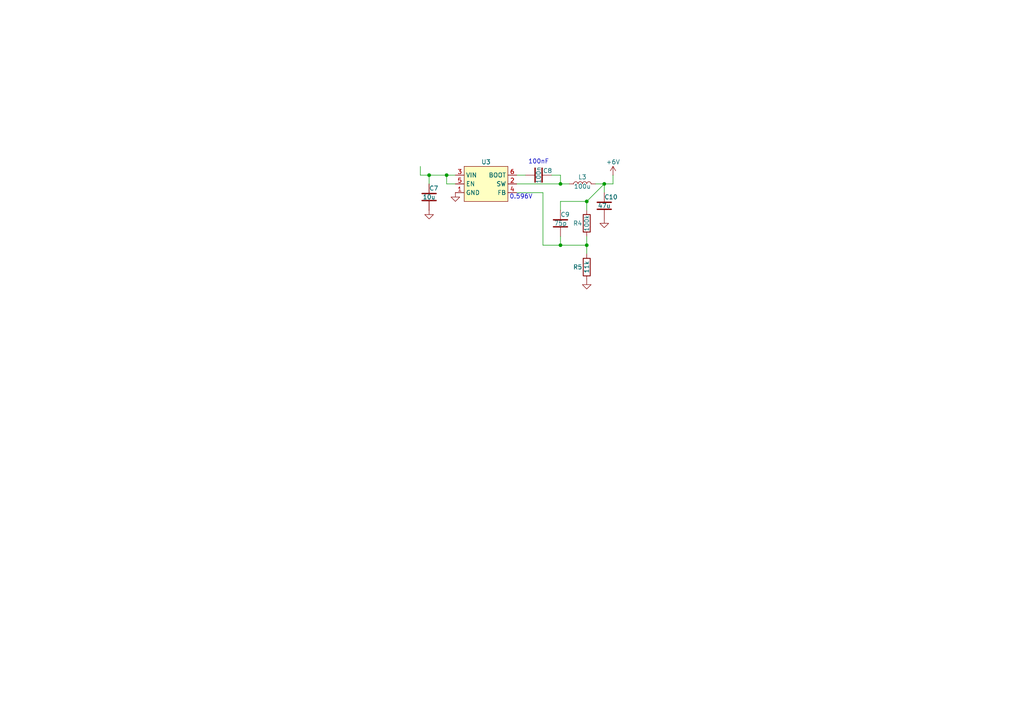
<source format=kicad_sch>
(kicad_sch (version 20250114) (generator "eeschema") (generator_version "9.0")
  (paper "A4")
  (lib_symbols
    (symbol "!fablabs-kicad-library:+V" (power) (pin_numbers (hide yes)) (pin_names (offset 0) (hide yes))
      (property "Value" "+V" (at 0 3.556 0))
      (symbol "+V_0_1"
        (polyline (pts (xy -0.762 1.27) (xy 0 2.54)))
        (polyline (pts (xy 0 2.54) (xy 0.762 1.27)))
        (polyline (pts (xy 0 0) (xy 0 2.54)))
      )
      (symbol "+V_1_1"
        (pin power_in line (at 0 0 90) (length 0) (name "~") (number "1"))
      )
    )
    (symbol "!fablabs-kicad-library:C_0402_100n_50V_X7R" (pin_numbers (hide yes)) (pin_names (offset 0.254))
      (property "Reference" "C" (at 2.54 0 90))
      (property "Value" "100n" (at 3.81 0 90))
      (symbol "C_0402_100n_50V_X7R_1_1"
        (polyline (pts (xy 2.794 -2.032) (xy 2.794 2.032)) (stroke (width 0.381)))
        (polyline (pts (xy 4.826 -2.032) (xy 4.826 2.032)) (stroke (width 0.381)))
        (pin passive line (at 0 0 0) (length 2.794) (name "~") (number "1"))
        (pin passive line (at 7.62 0 180) (length 2.794) (name "~") (number "2"))
      )
    )
    (symbol "!fablabs-kicad-library:C_0402_75p_50V_C0G" (pin_numbers (hide yes)) (pin_names (offset 0.254))
      (property "Reference" "C" (at 2.54 0 90))
      (property "Value" "75p" (at 3.81 0 90))
      (symbol "C_0402_75p_50V_C0G_1_1"
        (polyline (pts (xy 2.794 -2.032) (xy 2.794 2.032)) (stroke (width 0.381)))
        (polyline (pts (xy 4.826 -2.032) (xy 4.826 2.032)) (stroke (width 0.381)))
        (pin passive line (at 0 0 0) (length 2.794) (name "~") (number "1"))
        (pin passive line (at 7.62 0 180) (length 2.794) (name "~") (number "2"))
      )
    )
    (symbol "!fablabs-kicad-library:C_0805_10u_50V_X5R" (pin_numbers (hide yes)) (pin_names (offset 0.254))
      (property "Reference" "C" (at 2.54 0 90))
      (property "Value" "10u" (at 3.81 0 90))
      (symbol "C_0805_10u_50V_X5R_1_1"
        (polyline (pts (xy 2.794 -2.032) (xy 2.794 2.032)) (stroke (width 0.381)))
        (polyline (pts (xy 4.826 -2.032) (xy 4.826 2.032)) (stroke (width 0.381)))
        (pin passive line (at 0 0 0) (length 2.794) (name "~") (number "1"))
        (pin passive line (at 7.62 0 180) (length 2.794) (name "~") (number "2"))
      )
    )
    (symbol "!fablabs-kicad-library:C_0805_47u_10V_X5R" (pin_numbers (hide yes)) (pin_names (offset 0.254))
      (property "Reference" "C" (at 2.54 0 90))
      (property "Value" "47u" (at 3.81 0 90))
      (symbol "C_0805_47u_10V_X5R_1_1"
        (polyline (pts (xy 2.794 -2.032) (xy 2.794 2.032)) (stroke (width 0.381)))
        (polyline (pts (xy 4.826 -2.032) (xy 4.826 2.032)) (stroke (width 0.381)))
        (pin passive line (at 0 0 0) (length 2.794) (name "~") (number "1"))
        (pin passive line (at 7.62 0 180) (length 2.794) (name "~") (number "2"))
      )
    )
    (symbol "!fablabs-kicad-library:GND" (power) (pin_numbers (hide yes)) (pin_names (offset 0) (hide yes))
      (symbol "GND_0_1"
        (polyline (pts (xy 0 0) (xy 0 -1.27) (xy 1.27 -1.27) (xy 0 -2.54) (xy -1.27 -1.27) (xy 0 -1.27)))
      )
      (symbol "GND_1_1"
        (pin power_in line (at 0 0 270) (length 0) (name "~") (number "1"))
      )
    )
    (symbol "!fablabs-kicad-library:R_0402_100k" (pin_numbers (hide yes)) (pin_names (offset 0))
      (property "Reference" "R" (at 3.81 1.27 0))
      (property "Value" "100k" (at 3.81 0 0))
      (symbol "R_0402_100k_0_1"
        (rectangle (start 1.27 1.016) (end 6.35 -1.016) (stroke (width 0.254)))
      )
      (symbol "R_0402_100k_1_1"
        (pin passive line (at 0 0 0) (length 1.27) (name "~") (number "1"))
        (pin passive line (at 7.62 0 180) (length 1.27) (name "~") (number "2"))
      )
    )
    (symbol "!fablabs-kicad-library:R_0402_11k" (pin_numbers (hide yes)) (pin_names (offset 0))
      (property "Reference" "R" (at 3.81 1.27 0))
      (property "Value" "11k" (at 3.81 0 0))
      (symbol "R_0402_11k_0_1"
        (rectangle (start 1.27 1.016) (end 6.35 -1.016) (stroke (width 0.254)))
      )
      (symbol "R_0402_11k_1_1"
        (pin passive line (at 0 0 0) (length 1.27) (name "~") (number "1"))
        (pin passive line (at 7.62 0 180) (length 1.27) (name "~") (number "2"))
      )
    )
    (symbol "!fablabs-kicad-library:TPS54302DDCR"
      (property "Reference" "U" (at 8.89 3.81 0))
      (symbol "TPS54302DDCR_1_1"
        (rectangle (start 2.54 2.54) (end 15.24 -7.62) (fill (type background)))
        (pin power_in line (at 0 0 0) (length 2.54) (name "VIN") (number "3"))
        (pin input line (at 0 -2.54 0) (length 2.54) (name "EN") (number "5"))
        (pin power_in line (at 0 -5.08 0) (length 2.54) (name "GND") (number "1"))
        (pin input line (at 17.78 0 180) (length 2.54) (name "BOOT") (number "6"))
        (pin power_out line (at 17.78 -2.54 180) (length 2.54) (name "SW") (number "2"))
        (pin input line (at 17.78 -5.08 180) (length 2.54) (name "FB") (number "4"))
      )
    )
    (symbol "!fablabs-kicad-library:VLCF4020T-101MR26" (pin_numbers (hide yes)) (pin_names (offset 1.016) (hide yes))
      (property "Reference" "L" (at 3.81 0.762 0))
      (property "Value" "100u" (at 3.81 -0.508 0))
      (symbol "VLCF4020T-101MR26_0_1"
        (arc (start 1.27 0) (mid 1.905 0.6323) (end 2.54 0))
        (arc (start 2.54 0) (mid 3.175 0.6323) (end 3.81 0))
        (arc (start 3.81 0) (mid 4.445 0.6323) (end 5.08 0))
        (arc (start 5.08 0) (mid 5.715 0.6323) (end 6.35 0))
      )
      (symbol "VLCF4020T-101MR26_1_1"
        (pin passive line (at 0 0 0) (length 1.27) (name "1") (number "1"))
        (pin passive line (at 7.62 0 180) (length 1.27) (name "2") (number "2"))
      )
    )
  )
  (text "100nF" (at 156.21 46.99 0) (effects (font (size 1.27 1.27))))
  (text "0.596V" (at 151.13 57.15 0) (effects (font (size 1.27 1.27))))
  (junction (at 175.26 53.34))
  (junction (at 124.46 50.8))
  (junction (at 162.56 53.34))
  (junction (at 129.54 50.8))
  (junction (at 170.18 71.12))
  (junction (at 170.18 58.42))
  (junction (at 162.56 71.12))
  (wire (pts (xy 149.86 55.88) (xy 157.48 55.88)))
  (wire (pts (xy 162.56 53.34) (xy 165.1 53.34)))
  (wire (pts (xy 170.18 58.42) (xy 175.26 53.34)))
  (wire (pts (xy 172.72 53.34) (xy 175.26 53.34)))
  (wire (pts (xy 121.92 48.26) (xy 121.92 50.8)))
  (wire (pts (xy 162.56 71.12) (xy 170.18 71.12)))
  (wire (pts (xy 149.86 53.34) (xy 162.56 53.34)))
  (wire (pts (xy 129.54 50.8) (xy 132.08 50.8)))
  (wire (pts (xy 175.26 53.34) (xy 177.8 53.34)))
  (wire (pts (xy 124.46 53.34) (xy 124.46 50.8)))
  (wire (pts (xy 124.46 50.8) (xy 129.54 50.8)))
  (wire (pts (xy 170.18 58.42) (xy 170.18 60.96)))
  (wire (pts (xy 132.08 53.34) (xy 129.54 53.34)))
  (wire (pts (xy 157.48 71.12) (xy 162.56 71.12)))
  (wire (pts (xy 152.4 50.8) (xy 149.86 50.8)))
  (wire (pts (xy 175.26 53.34) (xy 175.26 55.88)))
  (wire (pts (xy 162.56 50.8) (xy 160.02 50.8)))
  (wire (pts (xy 162.56 68.58) (xy 162.56 71.12)))
  (wire (pts (xy 177.8 50.8) (xy 177.8 53.34)))
  (wire (pts (xy 121.92 50.8) (xy 124.46 50.8)))
  (wire (pts (xy 162.56 58.42) (xy 162.56 60.96)))
  (wire (pts (xy 170.18 71.12) (xy 170.18 68.58)))
  (wire (pts (xy 162.56 50.8) (xy 162.56 53.34)))
  (wire (pts (xy 157.48 55.88) (xy 157.48 71.12)))
  (wire (pts (xy 129.54 53.34) (xy 129.54 50.8)))
  (wire (pts (xy 170.18 71.12) (xy 170.18 73.66)))
  (wire (pts (xy 162.56 58.42) (xy 170.18 58.42)))
  (symbol (lib_id "!fablabs-kicad-library:VLCF4020T-101MR26") (at 165.1 53.34 0) (unit 1)
    (property "Reference" "L3" (at 168.91 52.07 0) (effects (justify bottom)))
    (property "Value" "100u" (at 168.91 53.34 0) (effects (justify top)))
    (property "Footprint" "!fablabs-kicad-library:VLCF4020T-101MR26" (effects (hide yes)))
    (property "Datasheet" "https://product.tdk.com/en/system/files/dam/doc/product/inductor/inductor/smd/catalog/inductor_commercial_power_vlcf4020_en.pdf" (effects (hide yes)))
    (property "Description" "Inductor, SMD,4x4mm, 100uH, 260mA" (effects (hide yes)))
    (property "Part Version" "0.0.0" (effects (hide yes)))
    (property "Manufacturer" "TDK" (effects (hide yes)))
    (property "MFR.Part #" "VLCF4020T-101MR26" (effects (hide yes)))
    (property "JLCPCB Part #" "C20339" (effects (hide yes)))
    (property "JLCPCB Category" "Inductors, Coils, Chokes / Power Inductors" (effects (hide yes)))
  )
  (symbol (lib_id "!fablabs-kicad-library:R_0402_100k") (at 170.18 68.58 90) (unit 1)
    (property "Reference" "R4" (at 168.91 64.77 90) (effects (justify left)))
    (property "Value" "100k" (at 170.18 64.77 0))
    (property "Footprint" "!fablabs-kicad-library:R_0402_1005M" (effects (hide yes)))
    (property "Description" "Resistor, 0402, 100k, ±1% Range, ±100ppm/℃, Thick Film Chip" (effects (hide yes)))
    (property "Part Version" "0.0.0" (effects (hide yes)))
    (property "Manufacturer" "UNI-ROYAL(Uniroyal Elec)" (effects (hide yes)))
    (property "MFR.Part #" "0402WGF1003TCE" (effects (hide yes)))
    (property "JLCPCB Part #" "C25741" (effects (hide yes)))
    (property "JLCPCB Category" "Resistors / Chip Resistor - Surface Mount" (effects (hide yes)))
  )
  (symbol (lib_id "!fablabs-kicad-library:GND") (at 175.26 63.5 0) (unit 1)
    (property "Reference" "#PWR017" (effects (hide yes)))
    (property "Value" "GND" (effects (hide yes)))
    (property "Description" "Power symbol creates a global label with name \"GND\" , ground" (effects (hide yes)))
  )
  (symbol (lib_id "!fablabs-kicad-library:GND") (at 124.46 60.96 0) (unit 1)
    (property "Reference" "#PWR014" (effects (hide yes)))
    (property "Value" "GND" (effects (hide yes)))
    (property "Description" "Power symbol creates a global label with name \"GND\" , ground" (effects (hide yes)))
  )
  (symbol (lib_id "!fablabs-kicad-library:R_0402_11k") (at 170.18 81.28 90) (unit 1)
    (property "Reference" "R5" (at 168.91 77.47 90) (effects (justify left)))
    (property "Value" "11k" (at 170.18 77.47 0))
    (property "Footprint" "!fablabs-kicad-library:R_0402_1005M" (effects (hide yes)))
    (property "Description" "Resistor, 0402, 11k, ±1%, ±100ppm/℃, Thick Film Chip" (effects (hide yes)))
    (property "Part Version" "0.0.0" (effects (hide yes)))
    (property "Manufacturer" "UNI-ROYAL(Uniroyal Elec)" (effects (hide yes)))
    (property "MFR.Part #" "0402WGF1102TCE" (effects (hide yes)))
    (property "JLCPCB Part #" "C25749" (effects (hide yes)))
    (property "JLCPCB Category" "0402" (effects (hide yes)))
  )
  (symbol (lib_id "!fablabs-kicad-library:GND") (at 132.08 55.88 0) (unit 1)
    (property "Reference" "#PWR015" (effects (hide yes)))
    (property "Value" "GND" (effects (hide yes)))
    (property "Description" "Power symbol creates a global label with name \"GND\" , ground" (effects (hide yes)))
  )
  (symbol (lib_id "!fablabs-kicad-library:TPS54302DDCR") (at 132.08 50.8 0) (unit 1)
    (property "Reference" "U3" (at 140.97 46.99 0))
    (property "Value" "TPS54302DDCR" (effects (hide yes)))
    (property "Footprint" "!fablabs-kicad-library:TSOT-23-6" (effects (hide yes)))
    (property "Datasheet" "https://www.ti.com/lit/ds/symlink/tps54302.pdf?ts=1762274321598" (effects (hide yes)))
    (property "Description" "DC-DC buck, adjustable, synchronous, input: 4.5~28V, 3A, 400kHz" (effects (hide yes)))
    (property "Part Version" "0.0.0" (effects (hide yes)))
    (property "Manufacturer" "Texas Instruments" (effects (hide yes)))
    (property "MFR.Part #" "TPS54302DDCR" (effects (hide yes)))
    (property "JLCPCB Part #" "C311983" (effects (hide yes)))
    (property "JLCPCB Category" "Power Management (PMIC) / DC-DC Converters " (effects (hide yes)))
  )
  (symbol (lib_id "!fablabs-kicad-library:+V") (at 177.8 50.8 0) (unit 1)
    (property "Reference" "#PWR018" (effects (hide yes)))
    (property "Value" "+6V" (at 177.8 46.99 0))
    (property "Description" "Power symbol creates a global label with name \"+V\"" (effects (hide yes)))
  )
  (symbol (lib_id "!fablabs-kicad-library:C_0402_100n_50V_X7R") (at 152.4 50.8 0) (unit 1)
    (property "Reference" "C8" (at 157.48 49.53 0) (effects (justify left)))
    (property "Value" "100n" (at 156.21 50.8 90))
    (property "Footprint" "!fablabs-kicad-library:C_0402_1005M" (effects (hide yes)))
    (property "Description" "Capacitor, MLCC, 0402, 100nF, 50V, X7R, ±10%" (effects (hide yes)))
    (property "Part Version" "0.0.0" (effects (hide yes)))
    (property "Manufacturer" "Murata Electronics" (effects (hide yes)))
    (property "MFR.Part #" "GRM155R71H104KE14D" (effects (hide yes)))
    (property "JLCPCB Part #" "C77020" (effects (hide yes)))
    (property "JLCPCB Category" "Capacitors / Multilayer Ceramic Capacitors MLCC - SMD/SMT" (effects (hide yes)))
  )
  (symbol (lib_id "!fablabs-kicad-library:C_0805_10u_50V_X5R") (at 124.46 60.96 90) (unit 1)
    (property "Reference" "C7" (at 124.46 54.61 90) (effects (justify right)))
    (property "Value" "10u" (at 124.46 57.15 90))
    (property "Footprint" "!fablabs-kicad-library:C_0805_2012M" (effects (hide yes)))
    (property "Description" "Capacitor, MLCC, 0805, 10uF, 50V, X5R, ±10%" (effects (hide yes)))
    (property "Part Version" "0.0.0" (effects (hide yes)))
    (property "Manufacturer" "Murata Electronics" (effects (hide yes)))
    (property "MFR.Part #" "GRM21BR61H106KE43L" (effects (hide yes)))
    (property "JLCPCB Part #" "C440198" (effects (hide yes)))
    (property "JLCPCB Category" "Capacitors / Multilayer Ceramic Capacitors MLCC - SMD/SMT" (effects (hide yes)))
  )
  (symbol (lib_id "!fablabs-kicad-library:C_0805_47u_10V_X5R") (at 175.26 63.5 90) (unit 1)
    (property "Reference" "C10" (at 175.26 57.15 90) (effects (justify right)))
    (property "Value" "47u" (at 175.26 59.69 90))
    (property "Footprint" "!fablabs-kicad-library:C_0805_2012M" (effects (hide yes)))
    (property "Description" "Capacitor, MLCC, 0805, 47uF, 10V, X5R, ±20%" (effects (hide yes)))
    (property "Part Version" "0.0.0" (effects (hide yes)))
    (property "Manufacturer" "Murata Electronics" (effects (hide yes)))
    (property "MFR.Part #" "GRM21BR61A476ME15L" (effects (hide yes)))
    (property "JLCPCB Part #" "C124129" (effects (hide yes)))
    (property "JLCPCB Category" "Capacitors / Multilayer Ceramic Capacitors MLCC - SMD/SMT" (effects (hide yes)))
  )
  (symbol (lib_id "!fablabs-kicad-library:C_0402_75p_50V_C0G") (at 162.56 68.58 90) (unit 1)
    (property "Reference" "C9" (at 162.56 62.23 90) (effects (justify right)))
    (property "Value" "75p" (at 162.56 64.77 90))
    (property "Footprint" "!fablabs-kicad-library:C_0402_1005M" (effects (hide yes)))
    (property "Description" "Capacitor, MLCC, 0402, 75pF, 50V, C0G, ±5%" (effects (hide yes)))
    (property "Part Version" "0.0.0" (effects (hide yes)))
    (property "Manufacturer" "Murata Electronics" (effects (hide yes)))
    (property "MFR.Part #" "GRM1555C1H750JA01D" (effects (hide yes)))
    (property "JLCPCB Part #" "C162121" (effects (hide yes)))
    (property "JLCPCB Category" "Capacitors / Multilayer Ceramic Capacitors MLCC - SMD/SMT" (effects (hide yes)))
  )
  (symbol (lib_id "!fablabs-kicad-library:GND") (at 170.18 81.28 0) (unit 1)
    (property "Reference" "#PWR016" (effects (hide yes)))
    (property "Value" "GND" (effects (hide yes)))
    (property "Description" "Power symbol creates a global label with name \"GND\" , ground" (effects (hide yes)))
  )
)
</source>
